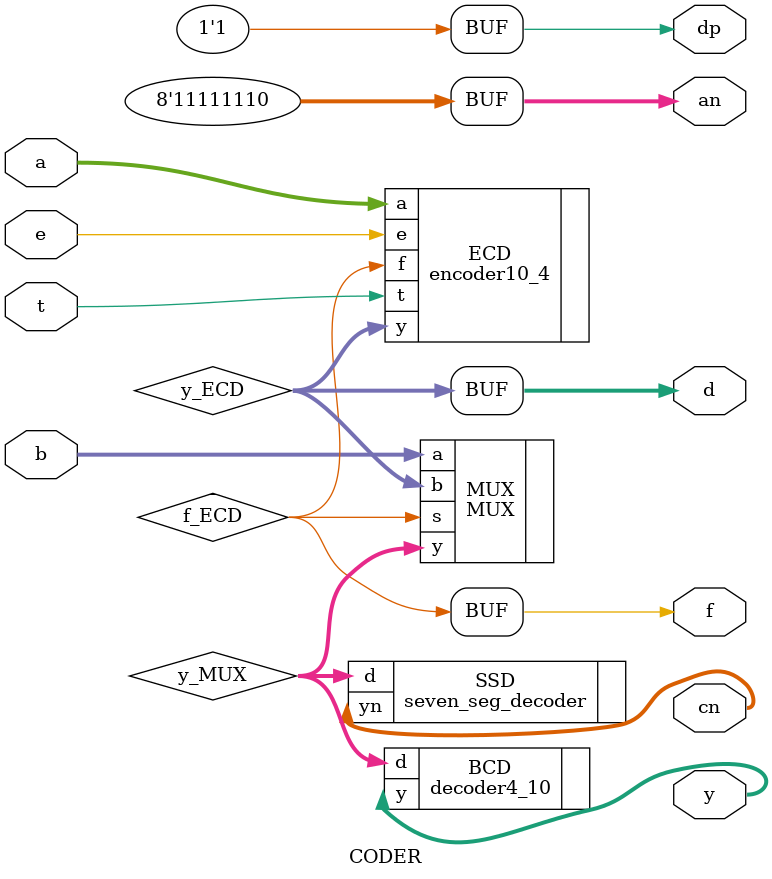
<source format=sv>
`timescale 1ns / 1ps


module CODER(
    input logic         e,
    input logic         t,
    input logic [9:0]   a,
    input logic [3:0]   b,
    output logic        f,
    output logic [3:0]  d,
    output logic [9:0]  y,
    output logic [6:0]  cn,
    output logic        dp,
    output logic [7:0]  an
    );
    logic f_ECD;
    logic [3:0] y_ECD, y_MUX;
    encoder10_4 ECD(
        .e(e),
        .t(t),
        .a(a),
        .f(f_ECD),
        .y(y_ECD)
    );
    MUX MUX(
        .s(f_ECD),
        .b(y_ECD),
        .a(b),
        .y(y_MUX)
    );
    decoder4_10 BCD(
        .d(y_MUX),
        .y(y)
    );
    seven_seg_decoder SSD(
        .d(y_MUX),
        .yn(cn)
    );
    always_comb begin
        d = y_ECD;
        f = f_ECD;
        dp = 1'b1;
        an = 8'b1111_1110;
    end
endmodule

</source>
